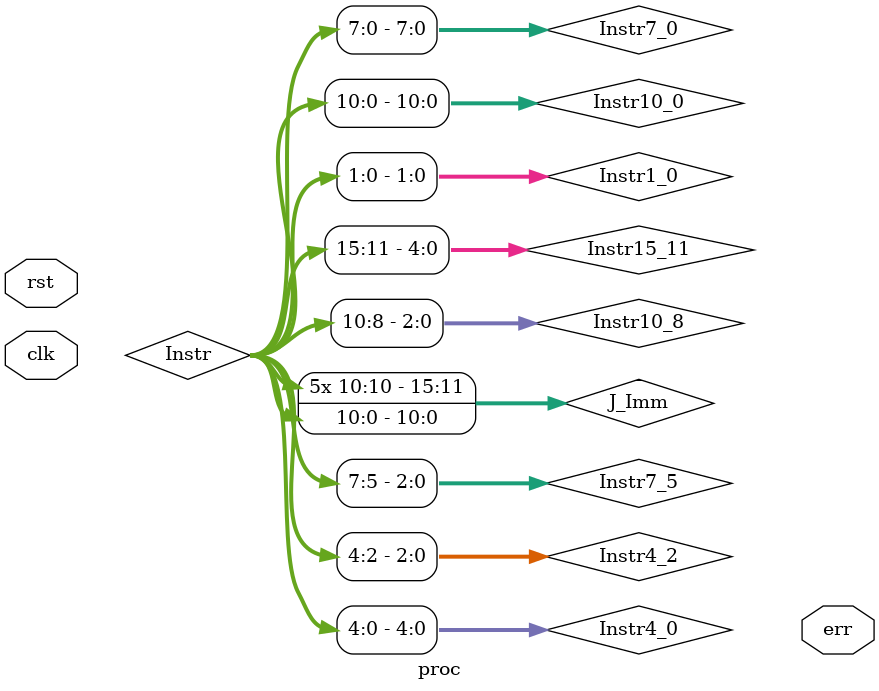
<source format=v>
/* $Author: sinclair $ */
/* $LastChangedDate: 2020-02-09 17:03:45 -0600 (Sun, 09 Feb 2020) $ */
/* $Rev: 46 $ */
`include "MUX_2x16.v"
`include "MUX_4x16.v"
`include "MUX_4x3.v"
`include "memory2c.v"
`include "regFile.v"
`include "InstructionDecoder.v"
`include "BrchCnd.v"
`include "ALU_Operation.v"
`include "ALU.v"
`default_nettype none
module proc (/*AUTOARG*/
   // Outputs
   err, 
   // Inputs
   clk, rst
   );

   input wire clk;
   input wire rst;

   output reg err;

   // None of the above lines can be modified

   // OR all the err ouputs for every sub-module and assign it as this
   // err output
   
   // As desribed in the homeworks, use the err signal to trap corner
   // cases that you think are illegal in your statemachines
   
   
   /* your code here -- should include instantiations of fetch, decode, execute, mem and wb modules */

   // Main Control signals
   wire MemWrt;
   wire ALUJmp;
   wire ImmSrc;
   wire RegWrt;
   wire [1:0] BSrc;
   wire ZeroExt;
   wire [1:0] RegSrc;
   wire [1:0] RegDst;
   // ALU control signals
   wire [5:0] ALUOpr;
   wire [3:0] ALUOperation;
   wire SLBIshift8;
   wire NegA;
   wire InvB;
   // BrchCnd control signals
   wire [3:0] BrchCtrl;

   // extra halt signal
   wire Halt;

   // Data signals
   wire [15:0] Instr;

   // PC related
   reg [15:0] PC;
   wire [15:0] PCplus2;
   wire [15:0] PCDist;
   wire [15:0] PCBasedAddr;
   wire [15:0] PCBasedBrchOrJmpTarget;
   wire [15:0] RegBasedAddr;
   wire [15:0] PCNext;   

   // Branch related
   wire SF;
   wire ZF;
   wire OF;
   wire CF;
   wire BrchOrJmpSig; // branch switch
   wire [15:0] CmpResult; // Write to Rd

   // ALU related
   wire [15:0] Rs;
   wire [15:0] Rt;
   wire [15:0] Imm5;
   wire [15:0] Imm8;
   wire [15:0] OprB;
   wire cin;

   wire [15:0] ALUOut;
   // wire SF;
   // wire ZF;
   // wire OF;
   // wire CF;

   
   // Mem related
   wire [15:0] MemOut;

   // WB related
   wire [15:0] WrtData;
   wire [2:0] WrtReg;

   // IF stage
   MUX_2x16 BranchOrJmpMux(.out(PCBasedBrchOrJmpTarget), .in0(PCplus2), .in1(PCBasedAddr), .ctrl(BrchOrJmpSig));

   MUX_2x16 PCMux(.out(PCNext), .in0(PCBasedBrchOrJmpTarget), .in1(RegBasedAddr), .ctrl(ALUJmp));

   assign PCplus2 = PC + 16'd2; // TODO: replace this

   always @(clk or rst) begin
      if (Halt == 1'b0) begin
         if (rst == 1'b1) begin
            PC <= 16'b0;
         end
         else begin
            if (clk == 1'b1) begin
               PC <= PCNext;
            end
         end
      end
   end

   memory2c Imem (.data_out(Instr), .data_in(16'b0), .addr(PC), .enable(~Halt), .wr(1'b0), .createdump(Halt), .clk(clk), .rst(rst));

   // ID stage

   wire [4:0] Instr15_11 = Instr[15:11];
   wire [2:0] Instr10_8 = Instr[10:8];
   wire [2:0] Instr7_5 = Instr[7:5];
   wire [2:0] Instr4_2 = Instr[4:2];
   wire [4:0] Instr4_0 = Instr[4:0];
   wire [7:0] Instr7_0 = Instr[7:0];
   wire [10:0] Instr10_0 = Instr[10:0];
   wire [1:0] Instr1_0 = Instr[1:0];

   InstructionDecoder InstructionDecoder_(.MemWrt(MemWrt),.ALUJmp(ALUJmp),.SLBIshift8(SLBIshift8), .BrchCtrl(BrchCtrl), .ImmSrc(ImmSrc),.RegWrt(RegWrt),.BSrc(BSrc),.ZeroExt(ZeroExt),.ALUOpr(ALUOpr),.RegSrc(RegSrc),.RegDst(RegDst),.Halt(Halt),.Opcode(Instr15_11));

   // RegFile part
   regFile regFile_(.read1Data(Rs), .read2Data(Rt), .writeData(WrtData), .writeEn(RegWrt), .writeRegSel(WrtReg), .read1RegSel(Instr10_8), .read2RegSel(Instr7_5), .clk(clk), .rst(rst));

   MUX_4x3 WrtRegMux(.out(WrtReg), .in0(Instr7_5), .in1(Instr10_8), .in2(Instr4_2), .in3(3'b111), .ctrl(RegDst));

   // ImmGen part
   wire [15:0] I1_Imm;
   wire [15:0] I2_Imm;
   wire [15:0] J_Imm;
   // select signed extend or zero extend
   MUX_2x16 I1_Imm_Mux(.out(I1_Imm), .in0({{11{Instr4_0[4]}}, Instr4_0}), .in1({11'b0, Instr4_0}), .ctrl(ZeroExt));
   MUX_2x16 I2_Imm_Mux(.out(I2_Imm), .in0({{8{Instr7_0[7]}}, Instr7_0}), .in1({8'b0, Instr7_0}), .ctrl(ZeroExt));
   // J is always signed extend
   assign J_Imm={{5{Instr10_0[10]}}, Instr10_0};

   // EX stage

   // OprB select
   MUX_4x16 OprB_Mux(.out(OprB), .in0(Rt), .in1(I2_Imm), .in2(I1_Imm), .in3(16'b0), .ctrl(BSrc));

   // ALU Control part
   ALU_Operation ALU_Operation_(.ALUOperation(ALUOperation), .NegA(NegA), .InvB(InvB), .ALUOpr(ALUOpr), .OpcodeExtention(Instr1_0));

   // ALU part   
   ALU ALU_(.ALUOut(ALUOut), .SF(SF), .ZF(ZF), .OF(OF), .CF(CF), .OprA(Rs), .OprB(OprB), .ALUOperation(ALUOperation), .SLBIshift8(SLBIshift8), .NegA(NegA), .InvB(InvB));

   // MEM stage

   // Branch Control part
   BrchCnd BrchCnd_(.BrchOrJmpSig(BrchOrJmpSig), .CmpResult(CmpResult), .BrchCtrl(BrchCtrl), .SF(SF), .ZF(ZF), .OF(OF), .CF(CF));

   // Main memory part
   memory2c Dmem (.data_out(MemOut), .data_in(Rt), .addr(ALUOut), .enable(~Halt), .wr(MemWrt), .createdump(Halt), .clk(clk), .rst(rst));

   // WB stage
   MUX_4x16 WrtData_Mux(.out(WrtData), .in0(PCplus2), .in1(MemOut), .in2(ALUOut), .in3(CmpResult), .ctrl(RegSrc));

endmodule // proc
`default_nettype wire
// DUMMY LINE FOR REV CONTROL :0:

</source>
